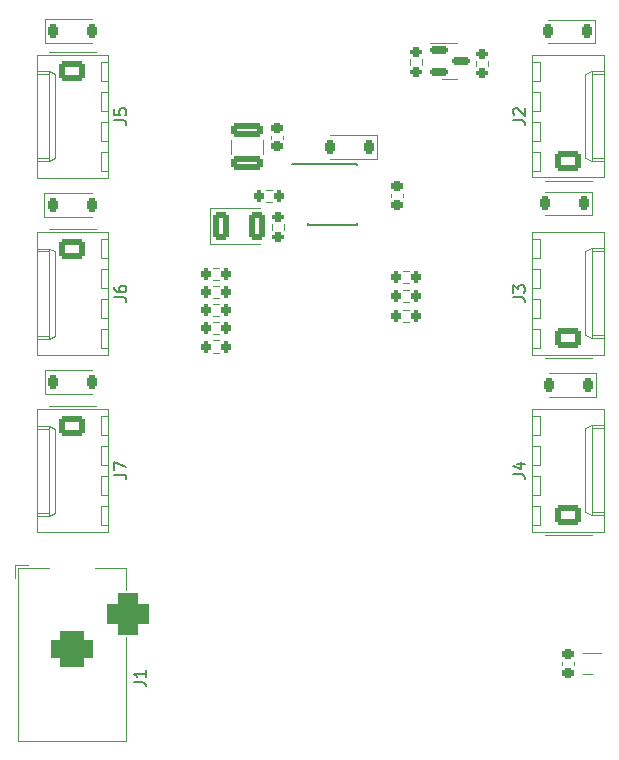
<source format=gbr>
%TF.GenerationSoftware,KiCad,Pcbnew,7.0.2*%
%TF.CreationDate,2023-05-06T12:51:57+01:00*%
%TF.ProjectId,fan-controller,66616e2d-636f-46e7-9472-6f6c6c65722e,rev?*%
%TF.SameCoordinates,Original*%
%TF.FileFunction,Legend,Top*%
%TF.FilePolarity,Positive*%
%FSLAX46Y46*%
G04 Gerber Fmt 4.6, Leading zero omitted, Abs format (unit mm)*
G04 Created by KiCad (PCBNEW 7.0.2) date 2023-05-06 12:51:57*
%MOMM*%
%LPD*%
G01*
G04 APERTURE LIST*
G04 Aperture macros list*
%AMRoundRect*
0 Rectangle with rounded corners*
0 $1 Rounding radius*
0 $2 $3 $4 $5 $6 $7 $8 $9 X,Y pos of 4 corners*
0 Add a 4 corners polygon primitive as box body*
4,1,4,$2,$3,$4,$5,$6,$7,$8,$9,$2,$3,0*
0 Add four circle primitives for the rounded corners*
1,1,$1+$1,$2,$3*
1,1,$1+$1,$4,$5*
1,1,$1+$1,$6,$7*
1,1,$1+$1,$8,$9*
0 Add four rect primitives between the rounded corners*
20,1,$1+$1,$2,$3,$4,$5,0*
20,1,$1+$1,$4,$5,$6,$7,0*
20,1,$1+$1,$6,$7,$8,$9,0*
20,1,$1+$1,$8,$9,$2,$3,0*%
G04 Aperture macros list end*
%ADD10C,0.150000*%
%ADD11C,0.120000*%
%ADD12RoundRect,0.250000X-0.412500X-0.925000X0.412500X-0.925000X0.412500X0.925000X-0.412500X0.925000X0*%
%ADD13C,1.524000*%
%ADD14R,1.524000X1.524000*%
%ADD15RoundRect,0.200000X-0.200000X-0.275000X0.200000X-0.275000X0.200000X0.275000X-0.200000X0.275000X0*%
%ADD16RoundRect,0.225000X-0.225000X-0.375000X0.225000X-0.375000X0.225000X0.375000X-0.225000X0.375000X0*%
%ADD17RoundRect,0.225000X0.250000X-0.225000X0.250000X0.225000X-0.250000X0.225000X-0.250000X-0.225000X0*%
%ADD18RoundRect,0.200000X0.200000X0.275000X-0.200000X0.275000X-0.200000X-0.275000X0.200000X-0.275000X0*%
%ADD19RoundRect,0.225000X0.225000X0.375000X-0.225000X0.375000X-0.225000X-0.375000X0.225000X-0.375000X0*%
%ADD20RoundRect,0.250000X-0.845000X0.620000X-0.845000X-0.620000X0.845000X-0.620000X0.845000X0.620000X0*%
%ADD21O,2.190000X1.740000*%
%ADD22RoundRect,0.250000X0.845000X-0.620000X0.845000X0.620000X-0.845000X0.620000X-0.845000X-0.620000X0*%
%ADD23RoundRect,0.200000X0.275000X-0.200000X0.275000X0.200000X-0.275000X0.200000X-0.275000X-0.200000X0*%
%ADD24R,0.500000X0.300000*%
%ADD25RoundRect,0.150000X-0.587500X-0.150000X0.587500X-0.150000X0.587500X0.150000X-0.587500X0.150000X0*%
%ADD26R,3.500000X3.500000*%
%ADD27RoundRect,0.750000X1.000000X-0.750000X1.000000X0.750000X-1.000000X0.750000X-1.000000X-0.750000X0*%
%ADD28RoundRect,0.875000X0.875000X-0.875000X0.875000X0.875000X-0.875000X0.875000X-0.875000X-0.875000X0*%
%ADD29R,2.600000X3.100000*%
%ADD30R,1.550000X0.600000*%
%ADD31RoundRect,0.200000X-0.275000X0.200000X-0.275000X-0.200000X0.275000X-0.200000X0.275000X0.200000X0*%
%ADD32RoundRect,0.250000X-1.075000X0.375000X-1.075000X-0.375000X1.075000X-0.375000X1.075000X0.375000X0*%
%ADD33RoundRect,0.225000X-0.250000X0.225000X-0.250000X-0.225000X0.250000X-0.225000X0.250000X0.225000X0*%
G04 APERTURE END LIST*
D10*
%TO.C,J6*%
X28582619Y-44143333D02*
X29296904Y-44143333D01*
X29296904Y-44143333D02*
X29439761Y-44190952D01*
X29439761Y-44190952D02*
X29535000Y-44286190D01*
X29535000Y-44286190D02*
X29582619Y-44429047D01*
X29582619Y-44429047D02*
X29582619Y-44524285D01*
X28582619Y-43238571D02*
X28582619Y-43429047D01*
X28582619Y-43429047D02*
X28630238Y-43524285D01*
X28630238Y-43524285D02*
X28677857Y-43571904D01*
X28677857Y-43571904D02*
X28820714Y-43667142D01*
X28820714Y-43667142D02*
X29011190Y-43714761D01*
X29011190Y-43714761D02*
X29392142Y-43714761D01*
X29392142Y-43714761D02*
X29487380Y-43667142D01*
X29487380Y-43667142D02*
X29535000Y-43619523D01*
X29535000Y-43619523D02*
X29582619Y-43524285D01*
X29582619Y-43524285D02*
X29582619Y-43333809D01*
X29582619Y-43333809D02*
X29535000Y-43238571D01*
X29535000Y-43238571D02*
X29487380Y-43190952D01*
X29487380Y-43190952D02*
X29392142Y-43143333D01*
X29392142Y-43143333D02*
X29154047Y-43143333D01*
X29154047Y-43143333D02*
X29058809Y-43190952D01*
X29058809Y-43190952D02*
X29011190Y-43238571D01*
X29011190Y-43238571D02*
X28963571Y-43333809D01*
X28963571Y-43333809D02*
X28963571Y-43524285D01*
X28963571Y-43524285D02*
X29011190Y-43619523D01*
X29011190Y-43619523D02*
X29058809Y-43667142D01*
X29058809Y-43667142D02*
X29154047Y-43714761D01*
%TO.C,J4*%
X62342619Y-59123333D02*
X63056904Y-59123333D01*
X63056904Y-59123333D02*
X63199761Y-59170952D01*
X63199761Y-59170952D02*
X63295000Y-59266190D01*
X63295000Y-59266190D02*
X63342619Y-59409047D01*
X63342619Y-59409047D02*
X63342619Y-59504285D01*
X62675952Y-58218571D02*
X63342619Y-58218571D01*
X62295000Y-58456666D02*
X63009285Y-58694761D01*
X63009285Y-58694761D02*
X63009285Y-58075714D01*
%TO.C,J1*%
X30212619Y-76697333D02*
X30926904Y-76697333D01*
X30926904Y-76697333D02*
X31069761Y-76744952D01*
X31069761Y-76744952D02*
X31165000Y-76840190D01*
X31165000Y-76840190D02*
X31212619Y-76983047D01*
X31212619Y-76983047D02*
X31212619Y-77078285D01*
X31212619Y-75697333D02*
X31212619Y-76268761D01*
X31212619Y-75983047D02*
X30212619Y-75983047D01*
X30212619Y-75983047D02*
X30355476Y-76078285D01*
X30355476Y-76078285D02*
X30450714Y-76173523D01*
X30450714Y-76173523D02*
X30498333Y-76268761D01*
%TO.C,J5*%
X28582619Y-29143333D02*
X29296904Y-29143333D01*
X29296904Y-29143333D02*
X29439761Y-29190952D01*
X29439761Y-29190952D02*
X29535000Y-29286190D01*
X29535000Y-29286190D02*
X29582619Y-29429047D01*
X29582619Y-29429047D02*
X29582619Y-29524285D01*
X28582619Y-28190952D02*
X28582619Y-28667142D01*
X28582619Y-28667142D02*
X29058809Y-28714761D01*
X29058809Y-28714761D02*
X29011190Y-28667142D01*
X29011190Y-28667142D02*
X28963571Y-28571904D01*
X28963571Y-28571904D02*
X28963571Y-28333809D01*
X28963571Y-28333809D02*
X29011190Y-28238571D01*
X29011190Y-28238571D02*
X29058809Y-28190952D01*
X29058809Y-28190952D02*
X29154047Y-28143333D01*
X29154047Y-28143333D02*
X29392142Y-28143333D01*
X29392142Y-28143333D02*
X29487380Y-28190952D01*
X29487380Y-28190952D02*
X29535000Y-28238571D01*
X29535000Y-28238571D02*
X29582619Y-28333809D01*
X29582619Y-28333809D02*
X29582619Y-28571904D01*
X29582619Y-28571904D02*
X29535000Y-28667142D01*
X29535000Y-28667142D02*
X29487380Y-28714761D01*
%TO.C,J2*%
X62342619Y-29123333D02*
X63056904Y-29123333D01*
X63056904Y-29123333D02*
X63199761Y-29170952D01*
X63199761Y-29170952D02*
X63295000Y-29266190D01*
X63295000Y-29266190D02*
X63342619Y-29409047D01*
X63342619Y-29409047D02*
X63342619Y-29504285D01*
X62437857Y-28694761D02*
X62390238Y-28647142D01*
X62390238Y-28647142D02*
X62342619Y-28551904D01*
X62342619Y-28551904D02*
X62342619Y-28313809D01*
X62342619Y-28313809D02*
X62390238Y-28218571D01*
X62390238Y-28218571D02*
X62437857Y-28170952D01*
X62437857Y-28170952D02*
X62533095Y-28123333D01*
X62533095Y-28123333D02*
X62628333Y-28123333D01*
X62628333Y-28123333D02*
X62771190Y-28170952D01*
X62771190Y-28170952D02*
X63342619Y-28742380D01*
X63342619Y-28742380D02*
X63342619Y-28123333D01*
%TO.C,J3*%
X62342619Y-44123333D02*
X63056904Y-44123333D01*
X63056904Y-44123333D02*
X63199761Y-44170952D01*
X63199761Y-44170952D02*
X63295000Y-44266190D01*
X63295000Y-44266190D02*
X63342619Y-44409047D01*
X63342619Y-44409047D02*
X63342619Y-44504285D01*
X62342619Y-43742380D02*
X62342619Y-43123333D01*
X62342619Y-43123333D02*
X62723571Y-43456666D01*
X62723571Y-43456666D02*
X62723571Y-43313809D01*
X62723571Y-43313809D02*
X62771190Y-43218571D01*
X62771190Y-43218571D02*
X62818809Y-43170952D01*
X62818809Y-43170952D02*
X62914047Y-43123333D01*
X62914047Y-43123333D02*
X63152142Y-43123333D01*
X63152142Y-43123333D02*
X63247380Y-43170952D01*
X63247380Y-43170952D02*
X63295000Y-43218571D01*
X63295000Y-43218571D02*
X63342619Y-43313809D01*
X63342619Y-43313809D02*
X63342619Y-43599523D01*
X63342619Y-43599523D02*
X63295000Y-43694761D01*
X63295000Y-43694761D02*
X63247380Y-43742380D01*
%TO.C,J7*%
X28582619Y-59143333D02*
X29296904Y-59143333D01*
X29296904Y-59143333D02*
X29439761Y-59190952D01*
X29439761Y-59190952D02*
X29535000Y-59286190D01*
X29535000Y-59286190D02*
X29582619Y-59429047D01*
X29582619Y-59429047D02*
X29582619Y-59524285D01*
X28582619Y-58762380D02*
X28582619Y-58095714D01*
X28582619Y-58095714D02*
X29582619Y-58524285D01*
D11*
%TO.C,C4*%
X40866000Y-36590000D02*
X36656000Y-36590000D01*
X36656000Y-39610000D02*
X40866000Y-39610000D01*
X36656000Y-36590000D02*
X36656000Y-39610000D01*
%TO.C,R10*%
X36932050Y-45734499D02*
X37406566Y-45734499D01*
X36932050Y-44689499D02*
X37406566Y-44689499D01*
%TO.C,R8*%
X36932050Y-41641500D02*
X37406566Y-41641500D01*
X36932050Y-42686500D02*
X37406566Y-42686500D01*
%TO.C,D5*%
X22640000Y-35319623D02*
X22640000Y-37319623D01*
X22640000Y-35319623D02*
X26650000Y-35319623D01*
X22640000Y-37319623D02*
X26650000Y-37319623D01*
%TO.C,C3*%
X42858396Y-30723799D02*
X42858396Y-30442639D01*
X41838396Y-30723799D02*
X41838396Y-30442639D01*
%TO.C,R11*%
X41893258Y-36082500D02*
X41418742Y-36082500D01*
X41893258Y-35037500D02*
X41418742Y-35037500D01*
%TO.C,R4*%
X37406566Y-47267956D02*
X36932050Y-47267956D01*
X37406566Y-46222956D02*
X36932050Y-46222956D01*
%TO.C,R9*%
X36932050Y-44210500D02*
X37406566Y-44210500D01*
X36932050Y-43165500D02*
X37406566Y-43165500D01*
%TO.C,R5*%
X36932050Y-47775807D02*
X37406566Y-47775807D01*
X36932050Y-48820807D02*
X37406566Y-48820807D01*
%TO.C,D2*%
X69010000Y-37186988D02*
X69010000Y-35186988D01*
X69010000Y-37186988D02*
X65000000Y-37186988D01*
X69010000Y-35186988D02*
X65000000Y-35186988D01*
%TO.C,J6*%
X27000000Y-38330000D02*
X23000000Y-38330000D01*
X28030000Y-38620000D02*
X22010000Y-38620000D01*
X22010000Y-38620000D02*
X22010000Y-49000000D01*
X28030000Y-39200000D02*
X27430000Y-39200000D01*
X27430000Y-39200000D02*
X27430000Y-40800000D01*
X23010000Y-40000000D02*
X23540000Y-40250000D01*
X23010000Y-40000000D02*
X23010000Y-47620000D01*
X22010000Y-40000000D02*
X23010000Y-40000000D01*
X23540000Y-40250000D02*
X23540000Y-47370000D01*
X22010000Y-40250000D02*
X23010000Y-40250000D01*
X27430000Y-40800000D02*
X28030000Y-40800000D01*
X28030000Y-41740000D02*
X27430000Y-41740000D01*
X27430000Y-41740000D02*
X27430000Y-43340000D01*
X27430000Y-43340000D02*
X28030000Y-43340000D01*
X28030000Y-44280000D02*
X27430000Y-44280000D01*
X27430000Y-44280000D02*
X27430000Y-45880000D01*
X27430000Y-45880000D02*
X28030000Y-45880000D01*
X28030000Y-46820000D02*
X27430000Y-46820000D01*
X27430000Y-46820000D02*
X27430000Y-48420000D01*
X23540000Y-47370000D02*
X23010000Y-47620000D01*
X22010000Y-47370000D02*
X23010000Y-47370000D01*
X23010000Y-47620000D02*
X22010000Y-47620000D01*
X27430000Y-48420000D02*
X28030000Y-48420000D01*
X28030000Y-49000000D02*
X28030000Y-38620000D01*
X22010000Y-49000000D02*
X28030000Y-49000000D01*
%TO.C,J4*%
X65000000Y-64270000D02*
X69000000Y-64270000D01*
X63970000Y-63980000D02*
X69990000Y-63980000D01*
X69990000Y-63980000D02*
X69990000Y-53600000D01*
X63970000Y-63400000D02*
X64570000Y-63400000D01*
X64570000Y-63400000D02*
X64570000Y-61800000D01*
X68990000Y-62600000D02*
X68460000Y-62350000D01*
X68990000Y-62600000D02*
X68990000Y-54980000D01*
X69990000Y-62600000D02*
X68990000Y-62600000D01*
X68460000Y-62350000D02*
X68460000Y-55230000D01*
X69990000Y-62350000D02*
X68990000Y-62350000D01*
X64570000Y-61800000D02*
X63970000Y-61800000D01*
X63970000Y-60860000D02*
X64570000Y-60860000D01*
X64570000Y-60860000D02*
X64570000Y-59260000D01*
X64570000Y-59260000D02*
X63970000Y-59260000D01*
X63970000Y-58320000D02*
X64570000Y-58320000D01*
X64570000Y-58320000D02*
X64570000Y-56720000D01*
X64570000Y-56720000D02*
X63970000Y-56720000D01*
X63970000Y-55780000D02*
X64570000Y-55780000D01*
X64570000Y-55780000D02*
X64570000Y-54180000D01*
X68460000Y-55230000D02*
X68990000Y-54980000D01*
X69990000Y-55230000D02*
X68990000Y-55230000D01*
X68990000Y-54980000D02*
X69990000Y-54980000D01*
X64570000Y-54180000D02*
X63970000Y-54180000D01*
X63970000Y-53600000D02*
X63970000Y-63980000D01*
X69990000Y-53600000D02*
X63970000Y-53600000D01*
%TO.C,R3*%
X53579500Y-24430258D02*
X53579500Y-23955742D01*
X54624500Y-24430258D02*
X54624500Y-23955742D01*
%TO.C,U3*%
X69780258Y-74266206D02*
X68280258Y-74266206D01*
X69030258Y-75986206D02*
X68280258Y-75986206D01*
%TO.C,D4*%
X22670181Y-20564682D02*
X22670181Y-22564682D01*
X22670181Y-20564682D02*
X26680181Y-20564682D01*
X22670181Y-22564682D02*
X26680181Y-22564682D01*
%TO.C,Q1*%
X56974500Y-22570000D02*
X55299500Y-22570000D01*
X56974500Y-22570000D02*
X57624500Y-22570000D01*
X56974500Y-25690000D02*
X56324500Y-25690000D01*
X56974500Y-25690000D02*
X57624500Y-25690000D01*
%TO.C,R1*%
X53518024Y-42940500D02*
X53043508Y-42940500D01*
X53518024Y-41895500D02*
X53043508Y-41895500D01*
%TO.C,D6*%
X22673759Y-50295199D02*
X22673759Y-52295199D01*
X22673759Y-50295199D02*
X26683759Y-50295199D01*
X22673759Y-52295199D02*
X26683759Y-52295199D01*
%TO.C,J1*%
X20400000Y-81714000D02*
X20400000Y-67014000D01*
X29600000Y-81714000D02*
X20400000Y-81714000D01*
X29600000Y-72914000D02*
X29600000Y-81714000D01*
X20200000Y-67864000D02*
X20200000Y-66814000D01*
X20400000Y-67014000D02*
X23000000Y-67014000D01*
X26900000Y-67014000D02*
X29600000Y-67014000D01*
X29600000Y-67014000D02*
X29600000Y-68914000D01*
X21250000Y-66814000D02*
X20200000Y-66814000D01*
D10*
%TO.C,U1*%
X49157000Y-37973000D02*
X49157000Y-37828000D01*
X49157000Y-32823000D02*
X49157000Y-32968000D01*
X45007000Y-37973000D02*
X49157000Y-37973000D01*
X45007000Y-37973000D02*
X45007000Y-37828000D01*
X45007000Y-32873000D02*
X43607000Y-32873000D01*
X45007000Y-32823000D02*
X49157000Y-32823000D01*
X45007000Y-32823000D02*
X45007000Y-32873000D01*
D11*
%TO.C,D3*%
X69346195Y-52539596D02*
X69346195Y-50539596D01*
X69346195Y-52539596D02*
X65336195Y-52539596D01*
X69346195Y-50539596D02*
X65336195Y-50539596D01*
%TO.C,R2*%
X60212500Y-24083742D02*
X60212500Y-24558258D01*
X59167500Y-24083742D02*
X59167500Y-24558258D01*
%TO.C,L1*%
X38448000Y-30795936D02*
X38448000Y-32000064D01*
X41168000Y-30795936D02*
X41168000Y-32000064D01*
%TO.C,D7*%
X50804000Y-30426000D02*
X46794000Y-30426000D01*
X50804000Y-32426000D02*
X46794000Y-32426000D01*
X50804000Y-32426000D02*
X50804000Y-30426000D01*
%TO.C,C2*%
X51998000Y-35362420D02*
X51998000Y-35643580D01*
X53018000Y-35362420D02*
X53018000Y-35643580D01*
%TO.C,J5*%
X27000000Y-23330000D02*
X23000000Y-23330000D01*
X28030000Y-23620000D02*
X22010000Y-23620000D01*
X22010000Y-23620000D02*
X22010000Y-34000000D01*
X28030000Y-24200000D02*
X27430000Y-24200000D01*
X27430000Y-24200000D02*
X27430000Y-25800000D01*
X23010000Y-25000000D02*
X23540000Y-25250000D01*
X23010000Y-25000000D02*
X23010000Y-32620000D01*
X22010000Y-25000000D02*
X23010000Y-25000000D01*
X23540000Y-25250000D02*
X23540000Y-32370000D01*
X22010000Y-25250000D02*
X23010000Y-25250000D01*
X27430000Y-25800000D02*
X28030000Y-25800000D01*
X28030000Y-26740000D02*
X27430000Y-26740000D01*
X27430000Y-26740000D02*
X27430000Y-28340000D01*
X27430000Y-28340000D02*
X28030000Y-28340000D01*
X28030000Y-29280000D02*
X27430000Y-29280000D01*
X27430000Y-29280000D02*
X27430000Y-30880000D01*
X27430000Y-30880000D02*
X28030000Y-30880000D01*
X28030000Y-31820000D02*
X27430000Y-31820000D01*
X27430000Y-31820000D02*
X27430000Y-33420000D01*
X23540000Y-32370000D02*
X23010000Y-32620000D01*
X22010000Y-32370000D02*
X23010000Y-32370000D01*
X23010000Y-32620000D02*
X22010000Y-32620000D01*
X27430000Y-33420000D02*
X28030000Y-33420000D01*
X28030000Y-34000000D02*
X28030000Y-23620000D01*
X22010000Y-34000000D02*
X28030000Y-34000000D01*
%TO.C,J2*%
X65000000Y-34270000D02*
X69000000Y-34270000D01*
X63970000Y-33980000D02*
X69990000Y-33980000D01*
X69990000Y-33980000D02*
X69990000Y-23600000D01*
X63970000Y-33400000D02*
X64570000Y-33400000D01*
X64570000Y-33400000D02*
X64570000Y-31800000D01*
X68990000Y-32600000D02*
X68460000Y-32350000D01*
X68990000Y-32600000D02*
X68990000Y-24980000D01*
X69990000Y-32600000D02*
X68990000Y-32600000D01*
X68460000Y-32350000D02*
X68460000Y-25230000D01*
X69990000Y-32350000D02*
X68990000Y-32350000D01*
X64570000Y-31800000D02*
X63970000Y-31800000D01*
X63970000Y-30860000D02*
X64570000Y-30860000D01*
X64570000Y-30860000D02*
X64570000Y-29260000D01*
X64570000Y-29260000D02*
X63970000Y-29260000D01*
X63970000Y-28320000D02*
X64570000Y-28320000D01*
X64570000Y-28320000D02*
X64570000Y-26720000D01*
X64570000Y-26720000D02*
X63970000Y-26720000D01*
X63970000Y-25780000D02*
X64570000Y-25780000D01*
X64570000Y-25780000D02*
X64570000Y-24180000D01*
X68460000Y-25230000D02*
X68990000Y-24980000D01*
X69990000Y-25230000D02*
X68990000Y-25230000D01*
X68990000Y-24980000D02*
X69990000Y-24980000D01*
X64570000Y-24180000D02*
X63970000Y-24180000D01*
X63970000Y-23600000D02*
X63970000Y-33980000D01*
X69990000Y-23600000D02*
X63970000Y-23600000D01*
%TO.C,R12*%
X41895500Y-38400258D02*
X41895500Y-37925742D01*
X42940500Y-38400258D02*
X42940500Y-37925742D01*
%TO.C,J3*%
X65000000Y-49270000D02*
X69000000Y-49270000D01*
X63970000Y-48980000D02*
X69990000Y-48980000D01*
X69990000Y-48980000D02*
X69990000Y-38600000D01*
X63970000Y-48400000D02*
X64570000Y-48400000D01*
X64570000Y-48400000D02*
X64570000Y-46800000D01*
X68990000Y-47600000D02*
X68460000Y-47350000D01*
X68990000Y-47600000D02*
X68990000Y-39980000D01*
X69990000Y-47600000D02*
X68990000Y-47600000D01*
X68460000Y-47350000D02*
X68460000Y-40230000D01*
X69990000Y-47350000D02*
X68990000Y-47350000D01*
X64570000Y-46800000D02*
X63970000Y-46800000D01*
X63970000Y-45860000D02*
X64570000Y-45860000D01*
X64570000Y-45860000D02*
X64570000Y-44260000D01*
X64570000Y-44260000D02*
X63970000Y-44260000D01*
X63970000Y-43320000D02*
X64570000Y-43320000D01*
X64570000Y-43320000D02*
X64570000Y-41720000D01*
X64570000Y-41720000D02*
X63970000Y-41720000D01*
X63970000Y-40780000D02*
X64570000Y-40780000D01*
X64570000Y-40780000D02*
X64570000Y-39180000D01*
X68460000Y-40230000D02*
X68990000Y-39980000D01*
X69990000Y-40230000D02*
X68990000Y-40230000D01*
X68990000Y-39980000D02*
X69990000Y-39980000D01*
X64570000Y-39180000D02*
X63970000Y-39180000D01*
X63970000Y-38600000D02*
X63970000Y-48980000D01*
X69990000Y-38600000D02*
X63970000Y-38600000D01*
%TO.C,R7*%
X53518024Y-46216568D02*
X53043508Y-46216568D01*
X53518024Y-45171568D02*
X53043508Y-45171568D01*
%TO.C,C1*%
X67510000Y-74998626D02*
X67510000Y-75279786D01*
X66490000Y-74998626D02*
X66490000Y-75279786D01*
%TO.C,D1*%
X69275096Y-22620365D02*
X69275096Y-20620365D01*
X69275096Y-22620365D02*
X65265096Y-22620365D01*
X69275096Y-20620365D02*
X65265096Y-20620365D01*
%TO.C,R6*%
X53518024Y-43505206D02*
X53043508Y-43505206D01*
X53518024Y-44550206D02*
X53043508Y-44550206D01*
%TO.C,J7*%
X27000000Y-53330000D02*
X23000000Y-53330000D01*
X28030000Y-53620000D02*
X22010000Y-53620000D01*
X22010000Y-53620000D02*
X22010000Y-64000000D01*
X28030000Y-54200000D02*
X27430000Y-54200000D01*
X27430000Y-54200000D02*
X27430000Y-55800000D01*
X23010000Y-55000000D02*
X23540000Y-55250000D01*
X23010000Y-55000000D02*
X23010000Y-62620000D01*
X22010000Y-55000000D02*
X23010000Y-55000000D01*
X23540000Y-55250000D02*
X23540000Y-62370000D01*
X22010000Y-55250000D02*
X23010000Y-55250000D01*
X27430000Y-55800000D02*
X28030000Y-55800000D01*
X28030000Y-56740000D02*
X27430000Y-56740000D01*
X27430000Y-56740000D02*
X27430000Y-58340000D01*
X27430000Y-58340000D02*
X28030000Y-58340000D01*
X28030000Y-59280000D02*
X27430000Y-59280000D01*
X27430000Y-59280000D02*
X27430000Y-60880000D01*
X27430000Y-60880000D02*
X28030000Y-60880000D01*
X28030000Y-61820000D02*
X27430000Y-61820000D01*
X27430000Y-61820000D02*
X27430000Y-63420000D01*
X23540000Y-62370000D02*
X23010000Y-62620000D01*
X22010000Y-62370000D02*
X23010000Y-62370000D01*
X23010000Y-62620000D02*
X22010000Y-62620000D01*
X27430000Y-63420000D02*
X28030000Y-63420000D01*
X28030000Y-64000000D02*
X28030000Y-53620000D01*
X22010000Y-64000000D02*
X28030000Y-64000000D01*
%TD*%
%LPC*%
D12*
%TO.C,C4*%
X40653500Y-38100000D03*
X37578500Y-38100000D03*
%TD*%
D13*
%TO.C,U4*%
X33300000Y-65000000D03*
X33300000Y-62460000D03*
X33300000Y-59920000D03*
X33300000Y-57380000D03*
X33300000Y-54840000D03*
X33300000Y-52300000D03*
X33300000Y-49760000D03*
X33300000Y-47220000D03*
X33300000Y-44680000D03*
X33300000Y-42140000D03*
X33300000Y-39600000D03*
X33300000Y-37060000D03*
X33300000Y-34520000D03*
X33300000Y-31980000D03*
X33300000Y-29440000D03*
X58700000Y-29440000D03*
X58700000Y-31980000D03*
X58700000Y-34520000D03*
X58700000Y-37060000D03*
X58700000Y-39600000D03*
X58700000Y-42140000D03*
X58700000Y-44680000D03*
X58700000Y-47220000D03*
X58700000Y-49760000D03*
X58700000Y-52300000D03*
X58700000Y-54840000D03*
X58700000Y-57380000D03*
X58700000Y-59920000D03*
X58700000Y-62460000D03*
D14*
X58700000Y-65000000D03*
%TD*%
D15*
%TO.C,R10*%
X37994308Y-45211999D03*
X36344308Y-45211999D03*
%TD*%
%TO.C,R8*%
X36344308Y-42164000D03*
X37994308Y-42164000D03*
%TD*%
D16*
%TO.C,D5*%
X23350000Y-36319623D03*
X26650000Y-36319623D03*
%TD*%
D17*
%TO.C,C3*%
X42348396Y-29808219D03*
X42348396Y-31358219D03*
%TD*%
D18*
%TO.C,R11*%
X42481000Y-35560000D03*
X40831000Y-35560000D03*
%TD*%
%TO.C,R4*%
X37994308Y-46745456D03*
X36344308Y-46745456D03*
%TD*%
D15*
%TO.C,R9*%
X37994308Y-43688000D03*
X36344308Y-43688000D03*
%TD*%
%TO.C,R5*%
X36344308Y-48298307D03*
X37994308Y-48298307D03*
%TD*%
D19*
%TO.C,D2*%
X68300000Y-36186988D03*
X65000000Y-36186988D03*
%TD*%
D20*
%TO.C,J6*%
X25000000Y-40000000D03*
D21*
X25000000Y-42540000D03*
X25000000Y-45080000D03*
X25000000Y-47620000D03*
%TD*%
D22*
%TO.C,J4*%
X67000000Y-62600000D03*
D21*
X67000000Y-60060000D03*
X67000000Y-57520000D03*
X67000000Y-54980000D03*
%TD*%
D23*
%TO.C,R3*%
X54102000Y-25018000D03*
X54102000Y-23368000D03*
%TD*%
D24*
%TO.C,U3*%
X69730258Y-75526206D03*
X69730258Y-74726206D03*
X68330258Y-74726206D03*
X68330258Y-75526206D03*
%TD*%
D16*
%TO.C,D4*%
X23380181Y-21564682D03*
X26680181Y-21564682D03*
%TD*%
D25*
%TO.C,Q1*%
X56037000Y-23180000D03*
X56037000Y-25080000D03*
X57912000Y-24130000D03*
%TD*%
D18*
%TO.C,R1*%
X54105766Y-42418000D03*
X52455766Y-42418000D03*
%TD*%
D16*
%TO.C,D6*%
X23383759Y-51295199D03*
X26683759Y-51295199D03*
%TD*%
D26*
%TO.C,J1*%
X25000000Y-67914000D03*
D27*
X25000000Y-73914000D03*
D28*
X29700000Y-70914000D03*
%TD*%
D29*
%TO.C,U1*%
X47082000Y-35398000D03*
D30*
X49782000Y-33493000D03*
X49782000Y-34763000D03*
X49782000Y-36033000D03*
X49782000Y-37303000D03*
X44382000Y-37303000D03*
X44382000Y-36033000D03*
X44382000Y-34763000D03*
X44382000Y-33493000D03*
%TD*%
D19*
%TO.C,D3*%
X68636195Y-51539596D03*
X65336195Y-51539596D03*
%TD*%
D31*
%TO.C,R2*%
X59690000Y-23496000D03*
X59690000Y-25146000D03*
%TD*%
D32*
%TO.C,L1*%
X39808000Y-32798000D03*
X39808000Y-29998000D03*
%TD*%
D19*
%TO.C,D7*%
X46794000Y-31426000D03*
X50094000Y-31426000D03*
%TD*%
D33*
%TO.C,C2*%
X52508000Y-36278000D03*
X52508000Y-34728000D03*
%TD*%
D20*
%TO.C,J5*%
X25000000Y-25000000D03*
D21*
X25000000Y-27540000D03*
X25000000Y-30080000D03*
X25000000Y-32620000D03*
%TD*%
D22*
%TO.C,J2*%
X67000000Y-32600000D03*
D21*
X67000000Y-30060000D03*
X67000000Y-27520000D03*
X67000000Y-24980000D03*
%TD*%
D23*
%TO.C,R12*%
X42418000Y-38988000D03*
X42418000Y-37338000D03*
%TD*%
D22*
%TO.C,J3*%
X67000000Y-47600000D03*
D21*
X67000000Y-45060000D03*
X67000000Y-42520000D03*
X67000000Y-39980000D03*
%TD*%
D18*
%TO.C,R7*%
X54105766Y-45694068D03*
X52455766Y-45694068D03*
%TD*%
D33*
%TO.C,C1*%
X67000000Y-74364206D03*
X67000000Y-75914206D03*
%TD*%
D19*
%TO.C,D1*%
X68565096Y-21620365D03*
X65265096Y-21620365D03*
%TD*%
D18*
%TO.C,R6*%
X52455766Y-44027706D03*
X54105766Y-44027706D03*
%TD*%
D20*
%TO.C,J7*%
X25000000Y-55000000D03*
D21*
X25000000Y-57540000D03*
X25000000Y-60080000D03*
X25000000Y-62620000D03*
%TD*%
%LPD*%
M02*

</source>
